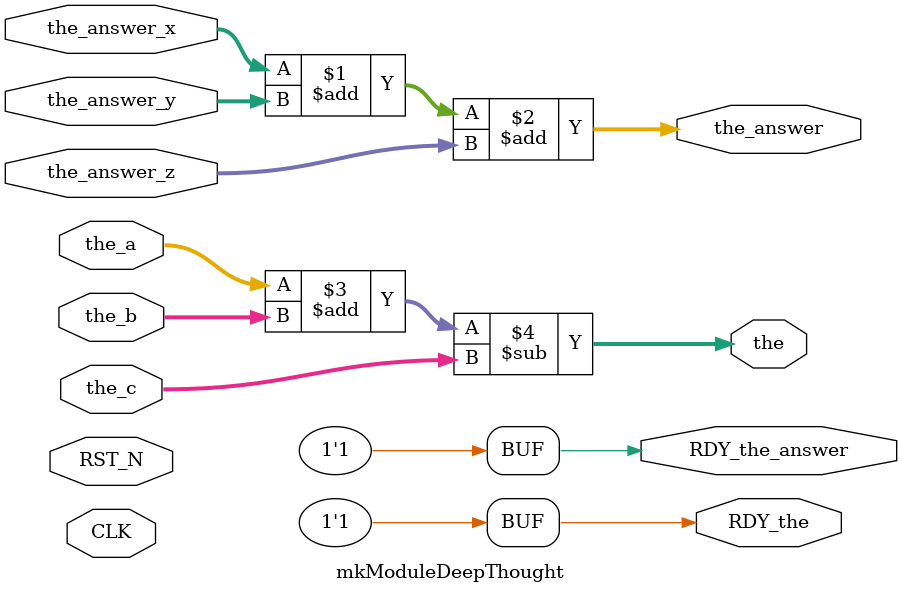
<source format=v>

`ifdef BSV_ASSIGNMENT_DELAY
`else
  `define BSV_ASSIGNMENT_DELAY
`endif

`ifdef BSV_POSITIVE_RESET
  `define BSV_RESET_VALUE 1'b1
  `define BSV_RESET_EDGE posedge
`else
  `define BSV_RESET_VALUE 1'b0
  `define BSV_RESET_EDGE negedge
`endif

module mkModuleDeepThought(CLK,
			   RST_N,

			   the_answer_x,
			   the_answer_y,
			   the_answer_z,
			   the_answer,
			   RDY_the_answer,

			   the_a,
			   the_b,
			   the_c,
			   the,
			   RDY_the);
  input  CLK;
  input  RST_N;

  // value method the_answer
  input  [31 : 0] the_answer_x;
  input  [31 : 0] the_answer_y;
  input  [31 : 0] the_answer_z;
  output [31 : 0] the_answer;
  output RDY_the_answer;

  // value method the
  input  [31 : 0] the_a;
  input  [31 : 0] the_b;
  input  [31 : 0] the_c;
  output [31 : 0] the;
  output RDY_the;

  // signals for module outputs
  wire [31 : 0] the, the_answer;
  wire RDY_the, RDY_the_answer;

  // value method the_answer
  assign the_answer = the_answer_x + the_answer_y + the_answer_z ;
  assign RDY_the_answer = 1'd1 ;

  // value method the
  assign the = the_a + the_b - the_c ;
  assign RDY_the = 1'd1 ;
endmodule  // mkModuleDeepThought


</source>
